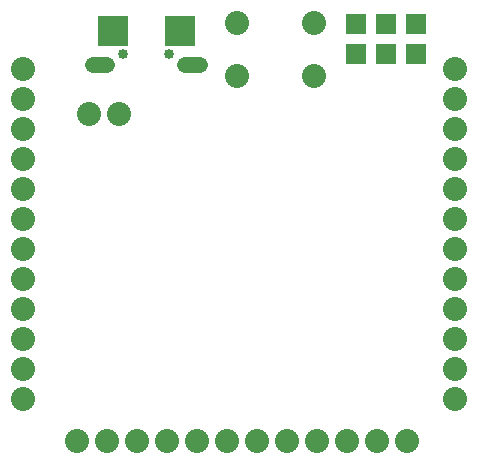
<source format=gbs>
G75*
%MOIN*%
%OFA0B0*%
%FSLAX25Y25*%
%IPPOS*%
%LPD*%
%AMOC8*
5,1,8,0,0,1.08239X$1,22.5*
%
%ADD10C,0.05324*%
%ADD11R,0.10443X0.10443*%
%ADD12C,0.03356*%
%ADD13C,0.08000*%
%ADD14R,0.06600X0.06600*%
D10*
X0044783Y0171957D02*
X0049508Y0171957D01*
X0075492Y0171957D02*
X0080217Y0171957D01*
D11*
X0073600Y0182980D03*
X0051400Y0182980D03*
D12*
X0054823Y0175500D03*
X0070177Y0175500D03*
D13*
X0039500Y0046500D03*
X0049500Y0046500D03*
X0059500Y0046500D03*
X0069500Y0046500D03*
X0079500Y0046500D03*
X0089500Y0046500D03*
X0099500Y0046500D03*
X0109500Y0046500D03*
X0119500Y0046500D03*
X0129500Y0046500D03*
X0139500Y0046500D03*
X0149500Y0046500D03*
X0165500Y0060500D03*
X0165500Y0070500D03*
X0165500Y0080500D03*
X0165500Y0090500D03*
X0165500Y0100500D03*
X0165500Y0110500D03*
X0165500Y0120500D03*
X0165500Y0130500D03*
X0165500Y0140500D03*
X0165500Y0150500D03*
X0165500Y0160500D03*
X0165500Y0170500D03*
X0118300Y0168100D03*
X0118300Y0185900D03*
X0092700Y0185900D03*
X0092700Y0168100D03*
X0053500Y0155500D03*
X0043500Y0155500D03*
X0021500Y0150500D03*
X0021500Y0160500D03*
X0021500Y0170500D03*
X0021500Y0140500D03*
X0021500Y0130500D03*
X0021500Y0120500D03*
X0021500Y0110500D03*
X0021500Y0100500D03*
X0021500Y0090500D03*
X0021500Y0080500D03*
X0021500Y0070500D03*
X0021500Y0060500D03*
D14*
X0132500Y0175500D03*
X0132500Y0185500D03*
X0142500Y0185500D03*
X0142500Y0175500D03*
X0152500Y0175500D03*
X0152500Y0185500D03*
M02*

</source>
